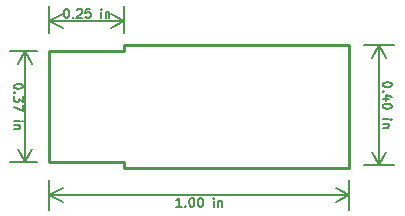
<source format=gbr>
G04 #@! TF.FileFunction,Drawing*
%FSLAX46Y46*%
G04 Gerber Fmt 4.6, Leading zero omitted, Abs format (unit mm)*
G04 Created by KiCad (PCBNEW 0.201511011201+6288~30~ubuntu15.10.1-product) date Wed Nov  4 22:56:01 2015*
%MOMM*%
G01*
G04 APERTURE LIST*
%ADD10C,0.150000*%
%ADD11C,0.127000*%
%ADD12C,0.254000*%
G04 APERTURE END LIST*
D10*
D11*
X26815143Y-22315714D02*
X26887715Y-22315714D01*
X26960286Y-22352000D01*
X26996572Y-22388286D01*
X27032858Y-22460857D01*
X27069143Y-22606000D01*
X27069143Y-22787429D01*
X27032858Y-22932571D01*
X26996572Y-23005143D01*
X26960286Y-23041429D01*
X26887715Y-23077714D01*
X26815143Y-23077714D01*
X26742572Y-23041429D01*
X26706286Y-23005143D01*
X26670001Y-22932571D01*
X26633715Y-22787429D01*
X26633715Y-22606000D01*
X26670001Y-22460857D01*
X26706286Y-22388286D01*
X26742572Y-22352000D01*
X26815143Y-22315714D01*
X27395715Y-23005143D02*
X27432000Y-23041429D01*
X27395715Y-23077714D01*
X27359429Y-23041429D01*
X27395715Y-23005143D01*
X27395715Y-23077714D01*
X27722286Y-22388286D02*
X27758572Y-22352000D01*
X27831143Y-22315714D01*
X28012572Y-22315714D01*
X28085143Y-22352000D01*
X28121429Y-22388286D01*
X28157714Y-22460857D01*
X28157714Y-22533429D01*
X28121429Y-22642286D01*
X27686000Y-23077714D01*
X28157714Y-23077714D01*
X28847143Y-22315714D02*
X28484286Y-22315714D01*
X28448000Y-22678571D01*
X28484286Y-22642286D01*
X28556857Y-22606000D01*
X28738286Y-22606000D01*
X28810857Y-22642286D01*
X28847143Y-22678571D01*
X28883428Y-22751143D01*
X28883428Y-22932571D01*
X28847143Y-23005143D01*
X28810857Y-23041429D01*
X28738286Y-23077714D01*
X28556857Y-23077714D01*
X28484286Y-23041429D01*
X28448000Y-23005143D01*
X29790571Y-23077714D02*
X29790571Y-22569714D01*
X29790571Y-22315714D02*
X29754285Y-22352000D01*
X29790571Y-22388286D01*
X29826856Y-22352000D01*
X29790571Y-22315714D01*
X29790571Y-22388286D01*
X30153428Y-22569714D02*
X30153428Y-23077714D01*
X30153428Y-22642286D02*
X30189713Y-22606000D01*
X30262285Y-22569714D01*
X30371142Y-22569714D01*
X30443713Y-22606000D01*
X30479999Y-22678571D01*
X30479999Y-23077714D01*
X31750000Y-23368000D02*
X25400000Y-23368000D01*
X31750000Y-24384000D02*
X31750000Y-22098000D01*
X25400000Y-24384000D02*
X25400000Y-22098000D01*
X25400000Y-23368000D02*
X26526504Y-22781579D01*
X25400000Y-23368000D02*
X26526504Y-23954421D01*
X31750000Y-23368000D02*
X30623496Y-22781579D01*
X31750000Y-23368000D02*
X30623496Y-23954421D01*
X23150286Y-28847143D02*
X23150286Y-28919715D01*
X23114000Y-28992286D01*
X23077714Y-29028572D01*
X23005143Y-29064858D01*
X22860000Y-29101143D01*
X22678571Y-29101143D01*
X22533429Y-29064858D01*
X22460857Y-29028572D01*
X22424571Y-28992286D01*
X22388286Y-28919715D01*
X22388286Y-28847143D01*
X22424571Y-28774572D01*
X22460857Y-28738286D01*
X22533429Y-28702001D01*
X22678571Y-28665715D01*
X22860000Y-28665715D01*
X23005143Y-28702001D01*
X23077714Y-28738286D01*
X23114000Y-28774572D01*
X23150286Y-28847143D01*
X22460857Y-29427715D02*
X22424571Y-29464000D01*
X22388286Y-29427715D01*
X22424571Y-29391429D01*
X22460857Y-29427715D01*
X22388286Y-29427715D01*
X23150286Y-29718000D02*
X23150286Y-30189714D01*
X22860000Y-29935714D01*
X22860000Y-30044572D01*
X22823714Y-30117143D01*
X22787429Y-30153429D01*
X22714857Y-30189714D01*
X22533429Y-30189714D01*
X22460857Y-30153429D01*
X22424571Y-30117143D01*
X22388286Y-30044572D01*
X22388286Y-29826857D01*
X22424571Y-29754286D01*
X22460857Y-29718000D01*
X23150286Y-30443714D02*
X23150286Y-30951714D01*
X22388286Y-30625143D01*
X22388286Y-31822571D02*
X22896286Y-31822571D01*
X23150286Y-31822571D02*
X23114000Y-31786285D01*
X23077714Y-31822571D01*
X23114000Y-31858856D01*
X23150286Y-31822571D01*
X23077714Y-31822571D01*
X22896286Y-32185428D02*
X22388286Y-32185428D01*
X22823714Y-32185428D02*
X22860000Y-32221713D01*
X22896286Y-32294285D01*
X22896286Y-32403142D01*
X22860000Y-32475713D01*
X22787429Y-32511999D01*
X22388286Y-32511999D01*
X23368000Y-25908000D02*
X23368000Y-35306000D01*
X24384000Y-25908000D02*
X22098000Y-25908000D01*
X24384000Y-35306000D02*
X22098000Y-35306000D01*
X23368000Y-35306000D02*
X22781579Y-34179496D01*
X23368000Y-35306000D02*
X23954421Y-34179496D01*
X23368000Y-25908000D02*
X22781579Y-27034504D01*
X23368000Y-25908000D02*
X23954421Y-27034504D01*
X54392286Y-28720143D02*
X54392286Y-28792715D01*
X54356000Y-28865286D01*
X54319714Y-28901572D01*
X54247143Y-28937858D01*
X54102000Y-28974143D01*
X53920571Y-28974143D01*
X53775429Y-28937858D01*
X53702857Y-28901572D01*
X53666571Y-28865286D01*
X53630286Y-28792715D01*
X53630286Y-28720143D01*
X53666571Y-28647572D01*
X53702857Y-28611286D01*
X53775429Y-28575001D01*
X53920571Y-28538715D01*
X54102000Y-28538715D01*
X54247143Y-28575001D01*
X54319714Y-28611286D01*
X54356000Y-28647572D01*
X54392286Y-28720143D01*
X53702857Y-29300715D02*
X53666571Y-29337000D01*
X53630286Y-29300715D01*
X53666571Y-29264429D01*
X53702857Y-29300715D01*
X53630286Y-29300715D01*
X54138286Y-29990143D02*
X53630286Y-29990143D01*
X54428571Y-29808714D02*
X53884286Y-29627286D01*
X53884286Y-30099000D01*
X54392286Y-30534428D02*
X54392286Y-30607000D01*
X54356000Y-30679571D01*
X54319714Y-30715857D01*
X54247143Y-30752143D01*
X54102000Y-30788428D01*
X53920571Y-30788428D01*
X53775429Y-30752143D01*
X53702857Y-30715857D01*
X53666571Y-30679571D01*
X53630286Y-30607000D01*
X53630286Y-30534428D01*
X53666571Y-30461857D01*
X53702857Y-30425571D01*
X53775429Y-30389286D01*
X53920571Y-30353000D01*
X54102000Y-30353000D01*
X54247143Y-30389286D01*
X54319714Y-30425571D01*
X54356000Y-30461857D01*
X54392286Y-30534428D01*
X53630286Y-31695571D02*
X54138286Y-31695571D01*
X54392286Y-31695571D02*
X54356000Y-31659285D01*
X54319714Y-31695571D01*
X54356000Y-31731856D01*
X54392286Y-31695571D01*
X54319714Y-31695571D01*
X54138286Y-32058428D02*
X53630286Y-32058428D01*
X54065714Y-32058428D02*
X54102000Y-32094713D01*
X54138286Y-32167285D01*
X54138286Y-32276142D01*
X54102000Y-32348713D01*
X54029429Y-32384999D01*
X53630286Y-32384999D01*
X53340000Y-25400000D02*
X53340000Y-35560000D01*
X52070000Y-25400000D02*
X54610000Y-25400000D01*
X52070000Y-35560000D02*
X54610000Y-35560000D01*
X53340000Y-35560000D02*
X52753579Y-34433496D01*
X53340000Y-35560000D02*
X53926421Y-34433496D01*
X53340000Y-25400000D02*
X52753579Y-26526504D01*
X53340000Y-25400000D02*
X53926421Y-26526504D01*
X36594143Y-39079714D02*
X36158715Y-39079714D01*
X36376429Y-39079714D02*
X36376429Y-38317714D01*
X36303858Y-38426571D01*
X36231286Y-38499143D01*
X36158715Y-38535429D01*
X36920715Y-39007143D02*
X36957000Y-39043429D01*
X36920715Y-39079714D01*
X36884429Y-39043429D01*
X36920715Y-39007143D01*
X36920715Y-39079714D01*
X37428714Y-38317714D02*
X37501286Y-38317714D01*
X37573857Y-38354000D01*
X37610143Y-38390286D01*
X37646429Y-38462857D01*
X37682714Y-38608000D01*
X37682714Y-38789429D01*
X37646429Y-38934571D01*
X37610143Y-39007143D01*
X37573857Y-39043429D01*
X37501286Y-39079714D01*
X37428714Y-39079714D01*
X37356143Y-39043429D01*
X37319857Y-39007143D01*
X37283572Y-38934571D01*
X37247286Y-38789429D01*
X37247286Y-38608000D01*
X37283572Y-38462857D01*
X37319857Y-38390286D01*
X37356143Y-38354000D01*
X37428714Y-38317714D01*
X38154428Y-38317714D02*
X38227000Y-38317714D01*
X38299571Y-38354000D01*
X38335857Y-38390286D01*
X38372143Y-38462857D01*
X38408428Y-38608000D01*
X38408428Y-38789429D01*
X38372143Y-38934571D01*
X38335857Y-39007143D01*
X38299571Y-39043429D01*
X38227000Y-39079714D01*
X38154428Y-39079714D01*
X38081857Y-39043429D01*
X38045571Y-39007143D01*
X38009286Y-38934571D01*
X37973000Y-38789429D01*
X37973000Y-38608000D01*
X38009286Y-38462857D01*
X38045571Y-38390286D01*
X38081857Y-38354000D01*
X38154428Y-38317714D01*
X39315571Y-39079714D02*
X39315571Y-38571714D01*
X39315571Y-38317714D02*
X39279285Y-38354000D01*
X39315571Y-38390286D01*
X39351856Y-38354000D01*
X39315571Y-38317714D01*
X39315571Y-38390286D01*
X39678428Y-38571714D02*
X39678428Y-39079714D01*
X39678428Y-38644286D02*
X39714713Y-38608000D01*
X39787285Y-38571714D01*
X39896142Y-38571714D01*
X39968713Y-38608000D01*
X40004999Y-38680571D01*
X40004999Y-39079714D01*
X50800000Y-38100000D02*
X25400000Y-38100000D01*
X50800000Y-36830000D02*
X50800000Y-39370000D01*
X25400000Y-36830000D02*
X25400000Y-39370000D01*
X25400000Y-38100000D02*
X26526504Y-37513579D01*
X25400000Y-38100000D02*
X26526504Y-38686421D01*
X50800000Y-38100000D02*
X49673496Y-37513579D01*
X50800000Y-38100000D02*
X49673496Y-38686421D01*
D12*
X31750000Y-25908000D02*
X31750000Y-25400000D01*
X25400000Y-25908000D02*
X31750000Y-25908000D01*
X31750000Y-35306000D02*
X31750000Y-35814000D01*
X25400000Y-35306000D02*
X31750000Y-35306000D01*
X25400000Y-35306000D02*
X25400000Y-25908000D01*
X50800000Y-35814000D02*
X31750000Y-35814000D01*
X50800000Y-25400000D02*
X50800000Y-35814000D01*
X31750000Y-25400000D02*
X50800000Y-25400000D01*
M02*

</source>
